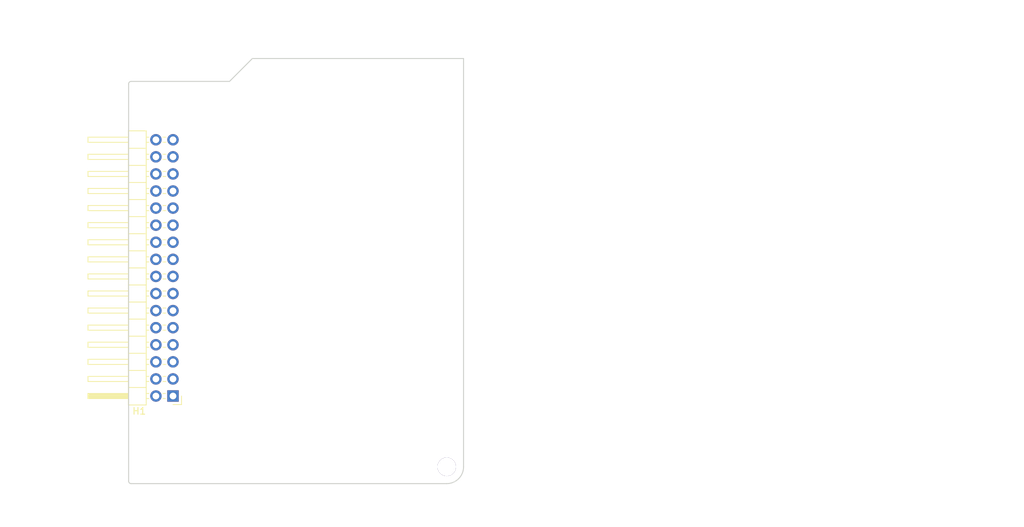
<source format=kicad_pcb>
(kicad_pcb (version 20240108) (generator "pcbnew") (generator_version "8.0")
  (layers (0 "F.Cu" signal) (31 "B.Cu" signal) (34 "B.Paste" user) (35 "F.Paste" user) (36 "B.SilkS" user "B.Silkscreen") (37 "F.SilkS" user "F.Silkscreen") (38 "B.Mask" user) (39 "F.Mask" user) (44 "Edge.Cuts" user))
  (net 0 "")
  (net 27 "Net-(H1-GPIO_21)")
  (footprint "emcosys:Hole_M2.5_small" (layer "F.Cu") (at 172.5 132.5)
    (property "Reference" "REF**" (hide yes))
    (property "Value" "Hole_M2.5_small" (hide yes))
    (pad "1" thru_hole circle (at 0 0) (size 2.75 2.75) (drill 2.75) (layers "*.Cu" "*.Mask"))
  )
  (footprint "Connector_PinHeader_2.54mm:PinHeader_2x16_P2.54mm_Horizontal" (layer "F.Cu") (at 131.8 121.975 180)
    (property "Reference" "H1" (at 5.025 -2.25 180) (layer "F.SilkS"))
    (property "Value" "PinHeader_2x16_P2.54mm_Horizontal")
    (fp_line (start 12.64 38.48) (end 6.64 38.48) (stroke (width 0.12)) (layer "F.SilkS"))
    (fp_line (start 12.64 37.72) (end 12.64 38.48) (stroke (width 0.12)) (layer "F.SilkS"))
    (fp_line (start 12.64 35.94) (end 6.64 35.94) (stroke (width 0.12)) (layer "F.SilkS"))
    (fp_line (start 12.64 35.18) (end 12.64 35.94) (stroke (width 0.12)) (layer "F.SilkS"))
    (fp_line (start 12.64 33.4) (end 6.64 33.4) (stroke (width 0.12)) (layer "F.SilkS"))
    (fp_line (start 12.64 32.64) (end 12.64 33.4) (stroke (width 0.12)) (layer "F.SilkS"))
    (fp_line (start 12.64 30.86) (end 6.64 30.86) (stroke (width 0.12)) (layer "F.SilkS"))
    (fp_line (start 12.64 30.1) (end 12.64 30.86) (stroke (width 0.12)) (layer "F.SilkS"))
    (fp_line (start 12.64 28.32) (end 6.64 28.32) (stroke (width 0.12)) (layer "F.SilkS"))
    (fp_line (start 12.64 27.56) (end 12.64 28.32) (stroke (width 0.12)) (layer "F.SilkS"))
    (fp_line (start 12.64 25.78) (end 6.64 25.78) (stroke (width 0.12)) (layer "F.SilkS"))
    (fp_line (start 12.64 25.02) (end 12.64 25.78) (stroke (width 0.12)) (layer "F.SilkS"))
    (fp_line (start 12.64 23.24) (end 6.64 23.24) (stroke (width 0.12)) (layer "F.SilkS"))
    (fp_line (start 12.64 22.48) (end 12.64 23.24) (stroke (width 0.12)) (layer "F.SilkS"))
    (fp_line (start 12.64 20.7) (end 6.64 20.7) (stroke (width 0.12)) (layer "F.SilkS"))
    (fp_line (start 12.64 19.94) (end 12.64 20.7) (stroke (width 0.12)) (layer "F.SilkS"))
    (fp_line (start 12.64 18.16) (end 6.64 18.16) (stroke (width 0.12)) (layer "F.SilkS"))
    (fp_line (start 12.64 17.4) (end 12.64 18.16) (stroke (width 0.12)) (layer "F.SilkS"))
    (fp_line (start 12.64 15.62) (end 6.64 15.62) (stroke (width 0.12)) (layer "F.SilkS"))
    (fp_line (start 12.64 14.86) (end 12.64 15.62) (stroke (width 0.12)) (layer "F.SilkS"))
    (fp_line (start 12.64 13.08) (end 6.64 13.08) (stroke (width 0.12)) (layer "F.SilkS"))
    (fp_line (start 12.64 12.32) (end 12.64 13.08) (stroke (width 0.12)) (layer "F.SilkS"))
    (fp_line (start 12.64 10.54) (end 6.64 10.54) (stroke (width 0.12)) (layer "F.SilkS"))
    (fp_line (start 12.64 9.78) (end 12.64 10.54) (stroke (width 0.12)) (layer "F.SilkS"))
    (fp_line (start 12.64 8) (end 6.64 8) (stroke (width 0.12)) (layer "F.SilkS"))
    (fp_line (start 12.64 7.24) (end 12.64 8) (stroke (width 0.12)) (layer "F.SilkS"))
    (fp_line (start 12.64 5.46) (end 6.64 5.46) (stroke (width 0.12)) (layer "F.SilkS"))
    (fp_line (start 12.64 4.7) (end 12.64 5.46) (stroke (width 0.12)) (layer "F.SilkS"))
    (fp_line (start 12.64 2.92) (end 6.64 2.92) (stroke (width 0.12)) (layer "F.SilkS"))
    (fp_line (start 12.64 2.16) (end 12.64 2.92) (stroke (width 0.12)) (layer "F.SilkS"))
    (fp_line (start 12.64 0.38) (end 6.64 0.38) (stroke (width 0.12)) (layer "F.SilkS"))
    (fp_line (start 12.64 -0.38) (end 12.64 0.38) (stroke (width 0.12)) (layer "F.SilkS"))
    (fp_line (start 6.64 39.43) (end 6.64 -1.33) (stroke (width 0.12)) (layer "F.SilkS"))
    (fp_line (start 6.64 37.72) (end 12.64 37.72) (stroke (width 0.12)) (layer "F.SilkS"))
    (fp_line (start 6.64 35.18) (end 12.64 35.18) (stroke (width 0.12)) (layer "F.SilkS"))
    (fp_line (start 6.64 32.64) (end 12.64 32.64) (stroke (width 0.12)) (layer "F.SilkS"))
    (fp_line (start 6.64 30.1) (end 12.64 30.1) (stroke (width 0.12)) (layer "F.SilkS"))
    (fp_line (start 6.64 27.56) (end 12.64 27.56) (stroke (width 0.12)) (layer "F.SilkS"))
    (fp_line (start 6.64 25.02) (end 12.64 25.02) (stroke (width 0.12)) (layer "F.SilkS"))
    (fp_line (start 6.64 22.48) (end 12.64 22.48) (stroke (width 0.12)) (layer "F.SilkS"))
    (fp_line (start 6.64 19.94) (end 12.64 19.94) (stroke (width 0.12)) (layer "F.SilkS"))
    (fp_line (start 6.64 17.4) (end 12.64 17.4) (stroke (width 0.12)) (layer "F.SilkS"))
    (fp_line (start 6.64 14.86) (end 12.64 14.86) (stroke (width 0.12)) (layer "F.SilkS"))
    (fp_line (start 6.64 12.32) (end 12.64 12.32) (stroke (width 0.12)) (layer "F.SilkS"))
    (fp_line (start 6.64 9.78) (end 12.64 9.78) (stroke (width 0.12)) (layer "F.SilkS"))
    (fp_line (start 6.64 7.24) (end 12.64 7.24) (stroke (width 0.12)) (layer "F.SilkS"))
    (fp_line (start 6.64 4.7) (end 12.64 4.7) (stroke (width 0.12)) (layer "F.SilkS"))
    (fp_line (start 6.64 2.16) (end 12.64 2.16) (stroke (width 0.12)) (layer "F.SilkS"))
    (fp_line (start 6.64 0.28) (end 12.64 0.28) (stroke (width 0.12)) (layer "F.SilkS"))
    (fp_line (start 6.64 0.16) (end 12.64 0.16) (stroke (width 0.12)) (layer "F.SilkS"))
    (fp_line (start 6.64 0.04) (end 12.64 0.04) (stroke (width 0.12)) (layer "F.SilkS"))
    (fp_line (start 6.64 -0.08) (end 12.64 -0.08) (stroke (width 0.12)) (layer "F.SilkS"))
    (fp_line (start 6.64 -0.2) (end 12.64 -0.2) (stroke (width 0.12)) (layer "F.SilkS"))
    (fp_line (start 6.64 -0.32) (end 12.64 -0.32) (stroke (width 0.12)) (layer "F.SilkS"))
    (fp_line (start 6.64 -0.38) (end 12.64 -0.38) (stroke (width 0.12)) (layer "F.SilkS"))
    (fp_line (start 6.64 -1.33) (end 3.98 -1.33) (stroke (width 0.12)) (layer "F.SilkS"))
    (fp_line (start 3.98 39.43) (end 6.64 39.43) (stroke (width 0.12)) (layer "F.SilkS"))
    (fp_line (start 3.98 36.83) (end 6.64 36.83) (stroke (width 0.12)) (layer "F.SilkS"))
    (fp_line (start 3.98 34.29) (end 6.64 34.29) (stroke (width 0.12)) (layer "F.SilkS"))
    (fp_line (start 3.98 31.75) (end 6.64 31.75) (stroke (width 0.12)) (layer "F.SilkS"))
    (fp_line (start 3.98 29.21) (end 6.64 29.21) (stroke (width 0.12)) (layer "F.SilkS"))
    (fp_line (start 3.98 26.67) (end 6.64 26.67) (stroke (width 0.12)) (layer "F.SilkS"))
    (fp_line (start 3.98 24.13) (end 6.64 24.13) (stroke (width 0.12)) (layer "F.SilkS"))
    (fp_line (start 3.98 21.59) (end 6.64 21.59) (stroke (width 0.12)) (layer "F.SilkS"))
    (fp_line (start 3.98 19.05) (end 6.64 19.05) (stroke (width 0.12)) (layer "F.SilkS"))
    (fp_line (start 3.98 16.51) (end 6.64 16.51) (stroke (width 0.12)) (layer "F.SilkS"))
    (fp_line (start 3.98 13.97) (end 6.64 13.97) (stroke (width 0.12)) (layer "F.SilkS"))
    (fp_line (start 3.98 11.43) (end 6.64 11.43) (stroke (width 0.12)) (layer "F.SilkS"))
    (fp_line (start 3.98 8.89) (end 6.64 8.89) (stroke (width 0.12)) (layer "F.SilkS"))
    (fp_line (start 3.98 6.35) (end 6.64 6.35) (stroke (width 0.12)) (layer "F.SilkS"))
    (fp_line (start 3.98 3.81) (end 6.64 3.81) (stroke (width 0.12)) (layer "F.SilkS"))
    (fp_line (start 3.98 1.27) (end 6.64 1.27) (stroke (width 0.12)) (layer "F.SilkS"))
    (fp_line (start 3.98 -1.33) (end 3.98 39.43) (stroke (width 0.12)) (layer "F.SilkS"))
    (fp_line (start 3.582929 38.48) (end 3.98 38.48) (stroke (width 0.12)) (layer "F.SilkS"))
    (fp_line (start 3.582929 37.72) (end 3.98 37.72) (stroke (width 0.12)) (layer "F.SilkS"))
    (fp_line (start 3.582929 35.94) (end 3.98 35.94) (stroke (width 0.12)) (layer "F.SilkS"))
    (fp_line (start 3.582929 35.18) (end 3.98 35.18) (stroke (width 0.12)) (layer "F.SilkS"))
    (fp_line (start 3.582929 33.4) (end 3.98 33.4) (stroke (width 0.12)) (layer "F.SilkS"))
    (fp_line (start 3.582929 32.64) (end 3.98 32.64) (stroke (width 0.12)) (layer "F.SilkS"))
    (fp_line (start 3.582929 30.86) (end 3.98 30.86) (stroke (width 0.12)) (layer "F.SilkS"))
    (fp_line (start 3.582929 30.1) (end 3.98 30.1) (stroke (width 0.12)) (layer "F.SilkS"))
    (fp_line (start 3.582929 28.32) (end 3.98 28.32) (stroke (width 0.12)) (layer "F.SilkS"))
    (fp_line (start 3.582929 27.56) (end 3.98 27.56) (stroke (width 0.12)) (layer "F.SilkS"))
    (fp_line (start 3.582929 25.78) (end 3.98 25.78) (stroke (width 0.12)) (layer "F.SilkS"))
    (fp_line (start 3.582929 25.02) (end 3.98 25.02) (stroke (width 0.12)) (layer "F.SilkS"))
    (fp_line (start 3.582929 23.24) (end 3.98 23.24) (stroke (width 0.12)) (layer "F.SilkS"))
    (fp_line (start 3.582929 22.48) (end 3.98 22.48) (stroke (width 0.12)) (layer "F.SilkS"))
    (fp_line (start 3.582929 20.7) (end 3.98 20.7) (stroke (width 0.12)) (layer "F.SilkS"))
    (fp_line (start 3.582929 19.94) (end 3.98 19.94) (stroke (width 0.12)) (layer "F.SilkS"))
    (fp_line (start 3.582929 18.16) (end 3.98 18.16) (stroke (width 0.12)) (layer "F.SilkS"))
    (fp_line (start 3.582929 17.4) (end 3.98 17.4) (stroke (width 0.12)) (layer "F.SilkS"))
    (fp_line (start 3.582929 15.62) (end 3.98 15.62) (stroke (width 0.12)) (layer "F.SilkS"))
    (fp_line (start 3.582929 14.86) (end 3.98 14.86) (stroke (width 0.12)) (layer "F.SilkS"))
    (fp_line (start 3.582929 13.08) (end 3.98 13.08) (stroke (width 0.12)) (layer "F.SilkS"))
    (fp_line (start 3.582929 12.32) (end 3.98 12.32) (stroke (width 0.12)) (layer "F.SilkS"))
    (fp_line (start 3.582929 10.54) (end 3.98 10.54) (stroke (width 0.12)) (layer "F.SilkS"))
    (fp_line (start 3.582929 9.78) (end 3.98 9.78) (stroke (width 0.12)) (layer "F.SilkS"))
    (fp_line (start 3.582929 8) (end 3.98 8) (stroke (width 0.12)) (layer "F.SilkS"))
    (fp_line (start 3.582929 7.24) (end 3.98 7.24) (stroke (width 0.12)) (layer "F.SilkS"))
    (fp_line (start 3.582929 5.46) (end 3.98 5.46) (stroke (width 0.12)) (layer "F.SilkS"))
    (fp_line (start 3.582929 4.7) (end 3.98 4.7) (stroke (width 0.12)) (layer "F.SilkS"))
    (fp_line (start 3.582929 2.92) (end 3.98 2.92) (stroke (width 0.12)) (layer "F.SilkS"))
    (fp_line (start 3.582929 2.16) (end 3.98 2.16) (stroke (width 0.12)) (layer "F.SilkS"))
    (fp_line (start 3.582929 0.38) (end 3.98 0.38) (stroke (width 0.12)) (layer "F.SilkS"))
    (fp_line (start 3.582929 -0.38) (end 3.98 -0.38) (stroke (width 0.12)) (layer "F.SilkS"))
    (fp_line (start 1.11 0.38) (end 1.497071 0.38) (stroke (width 0.12)) (layer "F.SilkS"))
    (fp_line (start 1.11 -0.38) (end 1.497071 -0.38) (stroke (width 0.12)) (layer "F.SilkS"))
    (fp_line (start 1.042929 38.48) (end 1.497071 38.48) (stroke (width 0.12)) (layer "F.SilkS"))
    (fp_line (start 1.042929 37.72) (end 1.497071 37.72) (stroke (width 0.12)) (layer "F.SilkS"))
    (fp_line (start 1.042929 35.94) (end 1.497071 35.94) (stroke (width 0.12)) (layer "F.SilkS"))
    (fp_line (start 1.042929 35.18) (end 1.497071 35.18) (stroke (width 0.12)) (layer "F.SilkS"))
    (fp_line (start 1.042929 33.4) (end 1.497071 33.4) (stroke (width 0.12)) (layer "F.SilkS"))
    (fp_line (start 1.042929 32.64) (end 1.497071 32.64) (stroke (width 0.12)) (layer "F.SilkS"))
    (fp_line (start 1.042929 30.86) (end 1.497071 30.86) (stroke (width 0.12)) (layer "F.SilkS"))
    (fp_line (start 1.042929 30.1) (end 1.497071 30.1) (stroke (width 0.12)) (layer "F.SilkS"))
    (fp_line (start 1.042929 28.32) (end 1.497071 28.32) (stroke (width 0.12)) (layer "F.SilkS"))
    (fp_line (start 1.042929 27.56) (end 1.497071 27.56) (stroke (width 0.12)) (layer "F.SilkS"))
    (fp_line (start 1.042929 25.78) (end 1.497071 25.78) (stroke (width 0.12)) (layer "F.SilkS"))
    (fp_line (start 1.042929 25.02) (end 1.497071 25.02) (stroke (width 0.12)) (layer "F.SilkS"))
    (fp_line (start 1.042929 23.24) (end 1.497071 23.24) (stroke (width 0.12)) (layer "F.SilkS"))
    (fp_line (start 1.042929 22.48) (end 1.497071 22.48) (stroke (width 0.12)) (layer "F.SilkS"))
    (fp_line (start 1.042929 20.7) (end 1.497071 20.7) (stroke (width 0.12)) (layer "F.SilkS"))
    (fp_line (start 1.042929 19.94) (end 1.497071 19.94) (stroke (width 0.12)) (layer "F.SilkS"))
    (fp_line (start 1.042929 18.16) (end 1.497071 18.16) (stroke (width 0.12)) (layer "F.SilkS"))
    (fp_line (start 1.042929 17.4) (end 1.497071 17.4) (stroke (width 0.12)) (layer "F.SilkS"))
    (fp_line (start 1.042929 15.62) (end 1.497071 15.62) (stroke (width 0.12)) (layer "F.SilkS"))
    (fp_line (start 1.042929 14.86) (end 1.497071 14.86) (stroke (width 0.12)) (layer "F.SilkS"))
    (fp_line (start 1.042929 13.08) (end 1.497071 13.08) (stroke (width 0.12)) (layer "F.SilkS"))
    (fp_line (start 1.042929 12.32) (end 1.497071 12.32) (stroke (width 0.12)) (layer "F.SilkS"))
    (fp_line (start 1.042929 10.54) (end 1.497071 10.54) (stroke (width 0.12)) (layer "F.SilkS"))
    (fp_line (start 1.042929 9.78) (end 1.497071 9.78) (stroke (width 0.12)) (layer "F.SilkS"))
    (fp_line (start 1.042929 8) (end 1.497071 8) (stroke (width 0.12)) (layer "F.SilkS"))
    (fp_line (start 1.042929 7.24) (end 1.497071 7.24) (stroke (width 0.12)) (layer "F.SilkS"))
    (fp_line (start 1.042929 5.46) (end 1.497071 5.46) (stroke (width 0.12)) (layer "F.SilkS"))
    (fp_line (start 1.042929 4.7) (end 1.497071 4.7) (stroke (width 0.12)) (layer "F.SilkS"))
    (fp_line (start 1.042929 2.92) (end 1.497071 2.92) (stroke (width 0.12)) (layer "F.SilkS"))
    (fp_line (start 1.042929 2.16) (end 1.497071 2.16) (stroke (width 0.12)) (layer "F.SilkS"))
    (fp_line (start -1.27 0) (end -1.27 -1.27) (stroke (width 0.12)) (layer "F.SilkS"))
    (fp_line (start -1.27 -1.27) (end 0 -1.27) (stroke (width 0.12)) (layer "F.SilkS"))
    (pad "1" thru_hole rect (at 0 0 180) (size 1.7 1.7) (drill 1) (layers "*.Cu" "*.Mask"))
    (pad "2" thru_hole oval (at 2.54 0 180) (size 1.7 1.7) (drill 1) (layers "*.Cu" "*.Mask") (net 27 "Net-(H1-GPIO_21)"))
    (pad "3" thru_hole oval (at 0 2.54 180) (size 1.7 1.7) (drill 1) (layers "*.Cu" "*.Mask"))
    (pad "4" thru_hole oval (at 2.54 2.54 180) (size 1.7 1.7) (drill 1) (layers "*.Cu" "*.Mask"))
    (pad "5" thru_hole oval (at 0 5.08 180) (size 1.7 1.7) (drill 1) (layers "*.Cu" "*.Mask"))
    (pad "6" thru_hole oval (at 2.54 5.08 180) (size 1.7 1.7) (drill 1) (layers "*.Cu" "*.Mask"))
    (pad "7" thru_hole oval (at 0 7.62 180) (size 1.7 1.7) (drill 1) (layers "*.Cu" "*.Mask"))
    (pad "8" thru_hole oval (at 2.54 7.62 180) (size 1.7 1.7) (drill 1) (layers "*.Cu" "*.Mask"))
    (pad "9" thru_hole oval (at 0 10.16 180) (size 1.7 1.7) (drill 1) (layers "*.Cu" "*.Mask"))
    (pad "10" thru_hole oval (at 2.54 10.16 180) (size 1.7 1.7) (drill 1) (layers "*.Cu" "*.Mask"))
    (pad "11" thru_hole oval (at 0 12.7 180) (size 1.7 1.7) (drill 1) (layers "*.Cu" "*.Mask"))
    (pad "12" thru_hole oval (at 2.54 12.7 180) (size 1.7 1.7) (drill 1) (layers "*.Cu" "*.Mask"))
    (pad "13" thru_hole oval (at 0 15.24 180) (size 1.7 1.7) (drill 1) (layers "*.Cu" "*.Mask"))
    (pad "14" thru_hole oval (at 2.54 15.24 180) (size 1.7 1.7) (drill 1) (layers "*.Cu" "*.Mask"))
    (pad "15" thru_hole oval (at 0 17.78 180) (size 1.7 1.7) (drill 1) (layers "*.Cu" "*.Mask"))
    (pad "16" thru_hole oval (at 2.54 17.78 180) (size 1.7 1.7) (drill 1) (layers "*.Cu" "*.Mask"))
    (pad "17" thru_hole oval (at 0 20.32 180) (size 1.7 1.7) (drill 1) (layers "*.Cu" "*.Mask"))
    (pad "18" thru_hole oval (at 2.54 20.32 180) (size 1.7 1.7) (drill 1) (layers "*.Cu" "*.Mask"))
    (pad "19" thru_hole oval (at 0 22.86 180) (size 1.7 1.7) (drill 1) (layers "*.Cu" "*.Mask"))
    (pad "20" thru_hole oval (at 2.54 22.86 180) (size 1.7 1.7) (drill 1) (layers "*.Cu" "*.Mask"))
    (pad "21" thru_hole oval (at 0 25.4 180) (size 1.7 1.7) (drill 1) (layers "*.Cu" "*.Mask"))
    (pad "22" thru_hole oval (at 2.54 25.4 180) (size 1.7 1.7) (drill 1) (layers "*.Cu" "*.Mask"))
    (pad "23" thru_hole oval (at 0 27.94 180) (size 1.7 1.7) (drill 1) (layers "*.Cu" "*.Mask"))
    (pad "24" thru_hole oval (at 2.54 27.94 180) (size 1.7 1.7) (drill 1) (layers "*.Cu" "*.Mask"))
    (pad "25" thru_hole oval (at 0 30.48 180) (size 1.7 1.7) (drill 1) (layers "*.Cu" "*.Mask"))
    (pad "26" thru_hole oval (at 2.54 30.48 180) (size 1.7 1.7) (drill 1) (layers "*.Cu" "*.Mask"))
    (pad "27" thru_hole oval (at 0 33.02 180) (size 1.7 1.7) (drill 1) (layers "*.Cu" "*.Mask"))
    (pad "28" thru_hole oval (at 2.54 33.02 180) (size 1.7 1.7) (drill 1) (layers "*.Cu" "*.Mask"))
    (pad "29" thru_hole oval (at 0 35.56 180) (size 1.7 1.7) (drill 1) (layers "*.Cu" "*.Mask"))
    (pad "30" thru_hole oval (at 2.54 35.56 180) (size 1.7 1.7) (drill 1) (layers "*.Cu" "*.Mask"))
    (pad "31" thru_hole oval (at 0 38.1 180) (size 1.7 1.7) (drill 1) (layers "*.Cu" "*.Mask"))
    (pad "32" thru_hole oval (at 2.54 38.1 180) (size 1.7 1.7) (drill 1) (layers "*.Cu" "*.Mask"))
  )
  (gr_line (start 143.6 71.8) (end 140.2 75.2) (stroke (width 0.15)) (layer "Edge.Cuts"))
  (gr_line (start 175 132.5) (end 175 71.8) (stroke (width 0.15)) (layer "Edge.Cuts"))
  (gr_arc (start 125.2 75.575) (mid 125.309835 75.309835) (end 125.575 75.2) (stroke (width 0.15)) (layer "Edge.Cuts"))
  (gr_arc (start 125.575 135) (mid 125.309835 134.890165) (end 125.2 134.625) (stroke (width 0.15)) (layer "Edge.Cuts"))
  (gr_arc (start 175 132.5) (mid 174.267767 134.267767) (end 172.5 135) (stroke (width 0.15)) (layer "Edge.Cuts"))
  (gr_line (start 140.2 75.2) (end 125.575 75.2) (stroke (width 0.15)) (layer "Edge.Cuts"))
  (gr_line (start 125.575 135) (end 172.5 135) (stroke (width 0.15)) (layer "Edge.Cuts"))
  (gr_line (start 125.2 75.575) (end 125.2 134.625) (stroke (width 0.15)) (layer "Edge.Cuts"))
  (gr_line (start 175 71.8) (end 143.6 71.8) (stroke (width 0.15)) (layer "Edge.Cuts"))
)
</source>
